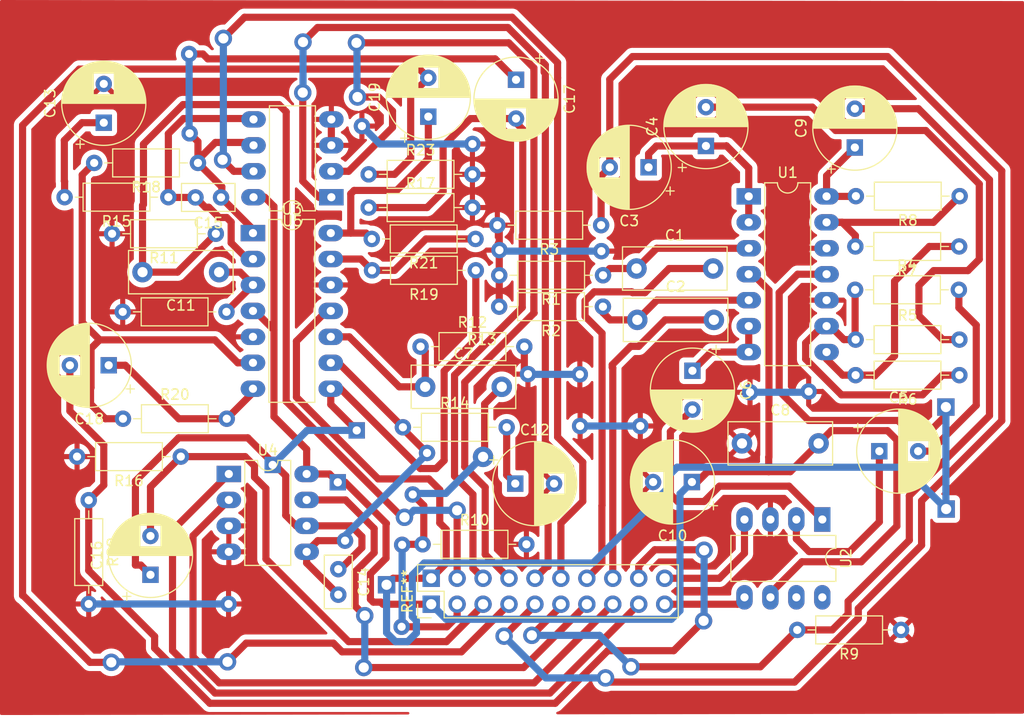
<source format=kicad_pcb>
(kicad_pcb (version 20221018) (generator pcbnew)
  (layers (0 "F.Cu" signal) (31 "B.Cu" signal) (34 "B.Paste" user) (35 "F.Paste" user) (36 "B.SilkS" user "B.Silkscreen") (37 "F.SilkS" user "F.Silkscreen") (38 "B.Mask" user) (39 "F.Mask" user) (44 "Edge.Cuts" user))
  (net 0 "")
  (net 1 "Net-(U1B-+)")
  (net 2 "parallel_mixer_in")
  (net 3 "parallel_return_1")
  (net 4 "Net-(U1B--)")
  (net 5 "parallel_send_1")
  (net 6 "Net-(C4-Pad2)")
  (net 7 "Net-(U2-OUT-L)")
  (net 8 "Net-(C5-Pad2)")
  (net 9 "Net-(U1C--)")
  (net 10 "Net-(U2-IN-L)")
  (net 11 "GND")
  (net 12 "+9V")
  (net 13 "Net-(C9-Pad1)")
  (net 14 "parallel_mixer_out")
  (net 15 "Net-(U1D--)")
  (net 16 "Net-(R6-Pad2)")
  (net 17 "Net-(U1A--)")
  (net 18 "-9V")
  (net 19 "SDA")
  (net 20 "SCL")
  (net 23 "Net-(U1A-+)")
  (net 24 "Net-(U3C-+)")
  (net 25 "output_buffer_in_left")
  (net 26 "Net-(U3A-+)")
  (net 27 "output_buffer_in_right")
  (net 28 "Net-(C12-Pad1)")
  (net 29 "Net-(C13-Pad1)")
  (net 30 "Net-(U4-Vl{slash}Rl)")
  (net 31 "Net-(U3C--)")
  (net 32 "Net-(U5-Vl{slash}Rl)")
  (net 33 "Net-(U3A--)")
  (net 34 "output_buffer_out_left")
  (net 35 "output_buffer_out_right")
  (net 36 "Net-(C18-Pad1)")
  (net 37 "output_buffer_out_right_inverted")
  (net 38 "Net-(C19-Pad1)")
  (net 39 "output_buffer_out_left_inverted")
  (net 40 "Net-(U3B--)")
  (net 41 "Net-(U3D--)")
  (net 42 "mcp2_A3")
  (net 43 "mcp2_A4")
  (net 44 "mcp2_A5")
  (net 45 "mcp2_A0")
  (net 46 "mcp2_A1")
  (net 47 "mcp2_A2")
  (footprint "Resistor_THT:R_Axial_DIN0207_L6.3mm_D2.5mm_P10.16mm_Horizontal" (layer "F.Cu") (at 97.0534 99.2378 180)
    (fp_text reference "R16")
    (fp_text value "1M")
  )
  (footprint "Resistor_THT:R_Axial_DIN0207_L6.3mm_D2.5mm_P10.16mm_Horizontal" (layer "F.Cu") (at 167.5638 116.205 180)
    (fp_text reference "R9")
    (fp_text value "1M")
  )
  (footprint "Resistor_THT:R_Axial_DIN0207_L6.3mm_D2.5mm_P10.16mm_Horizontal" (layer "F.Cu") (at 138.3792 84.5566 180)
    (fp_text reference "R2")
    (fp_text value "1M")
  )
  (footprint "" (layer "F.Cu") (at 114.2746 96.6724)
    (fp_text reference "")
    (fp_text value "")
  )
  (footprint "Resistor_THT:R_Axial_DIN0207_L6.3mm_D2.5mm_P10.16mm_Horizontal" (layer "F.Cu") (at 173.3042 73.7362 180)
    (fp_text reference "R8")
    (fp_text value "10k")
  )
  (footprint "" (layer "F.Cu") (at 152.781 92.9386)
    (fp_text reference "")
    (fp_text value "")
  )
  (footprint "" (layer "F.Cu") (at 118.9482 105.1814)
    (fp_text reference "")
    (fp_text value "")
  )
  (footprint "" (layer "F.Cu") (at 125.603 68.6308)
    (fp_text reference "")
    (fp_text value "")
  )
  (footprint "Resistor_THT:R_Axial_DIN0207_L6.3mm_D2.5mm_P10.16mm_Horizontal" (layer "F.Cu") (at 163.068 82.9056)
    (fp_text reference "R4")
    (fp_text value "10k")
  )
  (footprint "Capacitor_THT:CP_Radial_D8.0mm_P3.80mm" (layer "F.Cu") (at 129.794749 101.8794)
    (fp_text reference "C12")
    (fp_text value "22uF")
  )
  (footprint "" (layer "F.Cu") (at 114.7826 66.8782)
    (fp_text reference "")
    (fp_text value "")
  )
  (footprint "Resistor_THT:R_Axial_DIN0207_L6.3mm_D2.5mm_P10.16mm_Horizontal" (layer "F.Cu") (at 95.8342 73.8378 180)
    (fp_text reference "R15")
    (fp_text value "33k")
  )
  (footprint "Resistor_THT:R_Axial_DIN0207_L6.3mm_D2.5mm_P10.16mm_Horizontal" (layer "F.Cu") (at 120.7262 107.823)
    (fp_text reference "R10")
    (fp_text value "1M")
  )
  (footprint "" (layer "F.Cu") (at 131.4196 116.7384)
    (fp_text reference "")
    (fp_text value "")
  )
  (footprint "" (layer "F.Cu") (at 101.6254 119.3292)
    (fp_text reference "")
    (fp_text value "")
  )
  (footprint "" (layer "F.Cu") (at 101.727 113.665)
    (fp_text reference "")
    (fp_text value "")
  )
  (footprint "" (layer "F.Cu") (at 171.9834 104.3686)
    (fp_text reference "")
    (fp_text value "")
  )
  (footprint "Package_DIP:DIP-8_W7.62mm_LongPads" (layer "F.Cu") (at 159.8576 105.395 -90)
    (fp_text reference "U2")
    (fp_text value "PT2257")
  )
  (footprint "" (layer "F.Cu") (at 126.6444 99.2632)
    (fp_text reference "")
    (fp_text value "")
  )
  (footprint "" (layer "F.Cu") (at 158.5214 92.8624)
    (fp_text reference "")
    (fp_text value "")
  )
  (footprint "" (layer "F.Cu") (at 101.219 58.293)
    (fp_text reference "")
    (fp_text value "")
  )
  (footprint "" (layer "F.Cu") (at 114.3508 64.0334)
    (fp_text reference "")
    (fp_text value "")
  )
  (footprint "Resistor_THT:R_Axial_DIN0207_L6.3mm_D2.5mm_P10.16mm_Horizontal" (layer "F.Cu") (at 125.9332 81.0006 180)
    (fp_text reference "R19")
    (fp_text value "10k")
  )
  (footprint "Capacitor_THT:CP_Radial_D8.0mm_P3.80mm" (layer "F.Cu") (at 163.0426 68.9764 90)
    (fp_text reference "C9")
    (fp_text value "10uF")
  )
  (footprint "Resistor_THT:R_Axial_DIN0207_L6.3mm_D2.5mm_P10.16mm_Horizontal" (layer "F.Cu") (at 120.523 88.4682)
    (fp_text reference "R12")
    (fp_text value "1M")
  )
  (footprint "" (layer "F.Cu") (at 148.2344 115.316)
    (fp_text reference "")
    (fp_text value "")
  )
  (footprint "Capacitor_THT:CP_Radial_D8.0mm_P3.80mm" (layer "F.Cu") (at 165.440549 98.7044)
    (fp_text reference "C5")
    (fp_text value "10uF")
  )
  (footprint "" (layer "F.Cu") (at 117.1956 111.7854)
    (fp_text reference "")
    (fp_text value "")
  )
  (footprint "" (layer "F.Cu") (at 128.7018 116.8146)
    (fp_text reference "")
    (fp_text value "")
  )
  (footprint "Capacitor_THT:C_Disc_D5.0mm_W2.5mm_P2.50mm" (layer "F.Cu") (at 100.9904 73.8632 180)
    (fp_text reference "C15")
    (fp_text value "150pf")
  )
  (footprint "" (layer "F.Cu") (at 97.917 67.5894)
    (fp_text reference "")
    (fp_text value "")
  )
  (footprint "" (layer "F.Cu") (at 90.2462 119.38)
    (fp_text reference "")
    (fp_text value "")
  )
  (footprint "" (layer "F.Cu") (at 136.144 96.2406)
    (fp_text reference "")
    (fp_text value "")
  )
  (footprint "" (layer "F.Cu") (at 131.0386 91.1606)
    (fp_text reference "")
    (fp_text value "")
  )
  (footprint "Resistor_THT:R_Axial_DIN0207_L6.3mm_D2.5mm_P10.16mm_Horizontal" (layer "F.Cu") (at 138.3884 81.4832 180)
    (fp_text reference "R1")
    (fp_text value "1M")
  )
  (footprint "" (layer "F.Cu") (at 108.9914 63.6016)
    (fp_text reference "")
    (fp_text value "")
  )
  (footprint "Package_DIP:DIP-14_W7.62mm_LongPads" (layer "F.Cu") (at 152.654 73.7616)
    (fp_text reference "U1")
    (fp_text value "TL074")
  )
  (footprint "Capacitor_THT:C_Rect_L10.0mm_W4.0mm_P7.50mm_MKS4" (layer "F.Cu") (at 141.665 80.8228)
    (fp_text reference "C1")
    (fp_text value "220nF")
  )
  (footprint "" (layer "F.Cu") (at 115.062 114.808)
    (fp_text reference "")
    (fp_text value "")
  )
  (footprint "Resistor_THT:R_Axial_DIN0207_L6.3mm_D2.5mm_P10.16mm_Horizontal" (layer "F.Cu") (at 138.2014 76.581 180)
    (fp_text reference "R3")
    (fp_text value "1M")
  )
  (footprint "" (layer "F.Cu") (at 114.2492 58.7248)
    (fp_text reference "")
    (fp_text value "")
  )
  (footprint "Capacitor_THT:C_Rect_L10.0mm_W4.0mm_P7.50mm_MKS4" (layer "F.Cu") (at 141.7412 85.852)
    (fp_text reference "C2")
    (fp_text value "220nF")
  )
  (footprint "Capacitor_THT:CP_Radial_D8.0mm_P3.80mm" (layer "F.Cu") (at 89.9922 90.297 180)
    (fp_text reference "C18")
    (fp_text value "10uF")
  )
  (footprint "" (layer "F.Cu") (at 101.1428 70.1802)
    (fp_text reference "")
    (fp_text value "")
  )
  (footprint "" (layer "F.Cu") (at 138.6332 120.904)
    (fp_text reference "")
    (fp_text value "")
  )
  (footprint "" (layer "F.Cu") (at 124.1044 104.4956)
    (fp_text reference "")
    (fp_text value "")
  )
  (footprint "Resistor_THT:R_Axial_DIN0207_L6.3mm_D2.5mm_P10.16mm_Horizontal" (layer "F.Cu") (at 101.5238 85.0646 180)
    (fp_text reference "R13")
    (fp_text value "1M")
  )
  (footprint "" (layer "F.Cu") (at 113.1316 107.4674)
    (fp_text reference "")
    (fp_text value "")
  )
  (footprint "Package_DIP:DIP-14_W7.62mm_LongPads" (layer "F.Cu") (at 104.1146 77.3534)
    (fp_text reference "U3")
    (fp_text value "TL074")
  )
  (footprint "Resistor_THT:R_Axial_DIN0207_L6.3mm_D2.5mm_P10.16mm_Horizontal" (layer "F.Cu") (at 173.2534 78.6638 180)
    (fp_text reference "R7")
    (fp_text value "10k")
  )
  (footprint "Capacitor_THT:CP_Radial_D8.0mm_P3.80mm" (layer "F.Cu") (at 147.1422 90.831149 -90)
    (fp_text reference "C6")
    (fp_text value "10uF")
  )
  (footprint "" (layer "F.Cu") (at 141.1224 119.8118)
    (fp_text reference "")
    (fp_text value "")
  )
  (footprint "Resistor_THT:R_Axial_DIN0207_L6.3mm_D2.5mm_P10.16mm_Horizontal" (layer "F.Cu") (at 98.7298 70.485 180)
    (fp_text reference "R18")
    (fp_text value "10k")
  )
  (footprint "Capacitor_THT:C_Rect_L10.0mm_W4.0mm_P7.50mm_MKS4" (layer "F.Cu") (at 151.9936 97.9424)
    (fp_text reference "C8")
    (fp_text value "100nf")
  )
  (footprint "" (layer "F.Cu") (at 106.045 100.0506)
    (fp_text reference "")
    (fp_text value "")
  )
  (footprint "" (layer "F.Cu") (at 114.9604 119.888)
    (fp_text reference "")
    (fp_text value "")
  )
  (footprint "Connector_PinHeader_2.54mm:PinHeader_2x10_P2.54mm_Vertical" (layer "F.Cu") (at 121.5644 113.6904 90)
    (fp_text reference "REF**")
    (fp_text value "PinHeader_2x10_P2.54mm_Vertical")
  )
  (footprint "" (layer "F.Cu") (at 112.4204 101.7524)
    (fp_text reference "")
    (fp_text value "")
  )
  (footprint "Resistor_THT:R_Axial_DIN0207_L6.3mm_D2.5mm_P10.16mm_Horizontal" (layer "F.Cu") (at 173.2788 91.2622 180)
    (fp_text reference "R6")
    (fp_text value "10k")
  )
  (footprint "Package_DIP:DIP-8_W7.62mm_LongPads" (layer "F.Cu") (at 101.7524 100.9396)
    (fp_text reference "U4")
    (fp_text value "X9C103")
  )
  (footprint "Resistor_THT:R_Axial_DIN0207_L6.3mm_D2.5mm_P10.16mm_Horizontal" (layer "F.Cu") (at 88.0364 103.505 -90)
    (fp_text reference "R22")
    (fp_text value "1M")
  )
  (footprint "Package_DIP:DIP-8_W7.62mm_LongPads" (layer "F.Cu") (at 111.79 73.8432 180)
    (fp_text reference "U5")
    (fp_text value "X9C103")
  )
  (footprint "" (layer "F.Cu") (at 148.2852 108.4072)
    (fp_text reference "")
    (fp_text value "")
  )
  (footprint "" (layer "F.Cu") (at 136.1186 91.186)
    (fp_text reference "")
    (fp_text value "")
  )
  (footprint "" (layer "F.Cu") (at 118.6688 115.9002)
    (fp_text reference "")
    (fp_text value "")
  )
  (footprint "Capacitor_THT:C_Rect_L10.0mm_W4.0mm_P7.50mm_MKS4" (layer "F.Cu") (at 100.8034 81.1784 180)
    (fp_text reference "C11")
    (fp_text value "220N")
  )
  (footprint "Capacitor_THT:C_Disc_D5.0mm_W2.5mm_P2.50mm" (layer "F.Cu") (at 112.4712 110.256 -90)
    (fp_text reference "C14")
    (fp_text value "150pf")
  )
  (footprint "" (layer "F.Cu") (at 109.0168 58.6486)
    (fp_text reference "")
    (fp_text value "")
  )
  (footprint "" (layer "F.Cu") (at 142.0368 96.2406)
    (fp_text reference "")
    (fp_text value "")
  )
  (footprint "Capacitor_THT:CP_Radial_D8.0mm_P3.80mm" (layer "F.Cu") (at 94.0816 110.8102 90)
    (fp_text reference "C16")
    (fp_text value "10uF")
  )
  (footprint "Capacitor_THT:C_Rect_L10.0mm_W4.0mm_P7.50mm_MKS4" (layer "F.Cu") (at 120.9732 92.4052)
    (fp_text reference "C7")
    (fp_text value "220N")
  )
  (footprint "Resistor_THT:R_Axial_DIN0207_L6.3mm_D2.5mm_P10.16mm_Horizontal" (layer "F.Cu") (at 163.1188 87.7824)
    (fp_text reference "R5")
    (fp_text value "10k")
  )
  (footprint "" (layer "F.Cu") (at 118.7196 107.8738)
    (fp_text reference "")
    (fp_text value "")
  )
  (footprint "" (layer "F.Cu") (at 119.761 102.9462)
    (fp_text reference "")
    (fp_text value "")
  )
  (footprint "Capacitor_THT:CP_Radial_D8.0mm_P3.80mm" (layer "F.Cu") (at 129.8702 62.3416 -90)
    (fp_text reference "C17")
    (fp_text value "10uF")
  )
  (footprint "" (layer "F.Cu") (at 138.2268 79.121)
    (fp_text reference "")
    (fp_text value "")
  )
  (footprint "" (layer "F.Cu") (at 121.158 98.8822)
    (fp_text reference "")
    (fp_text value "")
  )
  (footprint "Capacitor_THT:CP_Radial_D8.0mm_P3.80mm" (layer "F.Cu") (at 148.463 68.824 90)
    (fp_text reference "C4")
    (fp_text value "10uF")
  )
  (footprint "Resistor_THT:R_Axial_DIN0207_L6.3mm_D2.5mm_P10.16mm_Horizontal" (layer "F.Cu") (at 118.7958 96.3676)
    (fp_text reference "R14")
    (fp_text value "33k")
  )
  (footprint "Capacitor_THT:CP_Radial_D8.0mm_P3.80mm" (layer "F.Cu") (at 121.285 65.9538 90)
    (fp_text reference "C19")
    (fp_text value "10uF")
  )
  (footprint "Resistor_THT:R_Axial_DIN0207_L6.3mm_D2.5mm_P10.16mm_Horizontal" (layer "F.Cu") (at 125.9078 77.9272 180)
    (fp_text reference "R21")
    (fp_text value "10k")
  )
  (footprint "Resistor_THT:R_Axial_DIN0207_L6.3mm_D2.5mm_P10.16mm_Horizontal" (layer "F.Cu") (at 115.443 74.8538)
    (fp_text reference "R17")
    (fp_text value "1M")
  )
  (footprint "Capacitor_THT:CP_Radial_D8.0mm_P3.80mm" (layer "F.Cu") (at 89.5096 66.547251 90)
    (fp_text reference "C13")
    (fp_text value "22uF")
  )
  (footprint "" (layer "F.Cu") (at 97.8662 59.817)
    (fp_text reference "")
    (fp_text value "")
  )
  (footprint "" (layer "F.Cu") (at 171.958 94.3864)
    (fp_text reference "")
    (fp_text value "")
  )
  (footprint "Capacitor_THT:CP_Radial_D8.0mm_P3.80mm" (layer "F.Cu") (at 142.848851 70.9168 180)
    (fp_text reference "C3")
    (fp_text value "10uF" hide)
  )
  (footprint "Resistor_THT:R_Axial_DIN0207_L6.3mm_D2.5mm_P10.16mm_Horizontal" (layer "F.Cu") (at 91.3892 95.5294)
    (fp_text reference "R20")
    (fp_text value "10k")
  )
  (footprint "" (layer "F.Cu") (at 128.2446 79.0194)
    (fp_text reference "")
    (fp_text value "")
  )
  (footprint "Resistor_THT:R_Axial_DIN0207_L6.3mm_D2.5mm_P10.16mm_Horizontal" (layer "F.Cu") (at 115.443 71.6026)
    (fp_text reference "R23")
    (fp_text value "1M")
  )
  (footprint "Capacitor_THT:CP_Radial_D8.0mm_P3.80mm" (layer "F.Cu") (at 147.0914 101.727 180)
    (fp_text reference "C10")
    (fp_text value "47uf")
  )
  (footprint "Resistor_THT:R_Axial_DIN0207_L6.3mm_D2.5mm_P10.16mm_Horizontal" (layer "F.Cu") (at 100.4824 77.4192 180)
    (fp_text reference "R11")
    (fp_text value "1M")
  )
  (segment (start 143.6716 83.9216) (end 141.7412 85.852) (width 0.7) (layer "F.Cu") (net 1))
  (segment (start 138.3792 85.1408) (end 139.0904 85.852) (width 0.7) (layer "F.Cu") (net 1))
  (segment (start 138.3792 84.5566) (end 138.3792 85.1408) (width 0.7) (layer "F.Cu") (net 1))
  (segment (start 152.654 83.9216) (end 143.6716 83.9216) (width 0.7) (layer "F.Cu") (net 1))
  (segment (start 139.0904 85.852) (end 141.7412 85.852) (width 0.7) (layer "F.Cu") (net 1))
  (segment (start 138.2776 109.6772) (end 136.8044 111.1504) (width 0.7) (layer "F.Cu") (net 2))
  (segment (start 144.8562 80.8228) (end 142.494 83.185) (width 0.7) (layer "F.Cu") (net 2))
  (segment (start 141.2748 83.185) (end 141.1964 83.1066) (width 0.7) (layer "F.Cu") (net 2))
  (segment (start 142.494 83.185) (end 141.2748 83.185) (width 0.7) (layer "F.Cu") (net 2))
  (segment (start 141.1964 83.1066) (end 137.5178 83.1066) (width 0.7) (layer "F.Cu") (net 2))
  (segment (start 138.2936 87.1634) (end 138.2936 104.0224) (width 0.7) (layer "F.Cu") (net 2))
  (segment (start 149.165 80.8228) (end 144.8562 80.8228) (width 0.7) (layer "F.Cu") (net 2))
  (segment (start 138.2936 104.0224) (end 138.2776 104.0384) (width 0.7) (layer "F.Cu") (net 2))
  (segment (start 136.6266 85.4964) (end 138.2936 87.1634) (width 0.7) (layer "F.Cu") (net 2))
  (segment (start 136.6266 83.9978) (end 136.6266 85.4964) (width 0.7) (layer "F.Cu") (net 2))
  (segment (start 138.2776 104.0384) (end 138.2776 109.6772) (width 0.7) (layer "F.Cu") (net 2))
  (segment (start 149.1996 80.7882) (end 149.165 80.8228) (width 0.7) (layer "F.Cu") (net 2))
  (segment (start 137.5178 83.1066) (end 136.6266 83.9978) (width 0.7) (layer "F.Cu") (net 2))
  (segment (start 141.8844 88.4428) (end 141.097 88.4428) (width 0.7) (layer "F.Cu") (net 3))
  (segment (start 139.3444 90.551) (end 139.3444 111.1504) (width 0.7) (layer "F.Cu") (net 3))
  (segment (start 141.097 88.4428) (end 139.2936 90.2462) (width 0.7) (layer "F.Cu") (net 3))
  (segment (start 139.2936 90.5002) (end 139.3444 90.551) (width 0.7) (layer "F.Cu") (net 3))
  (segment (start 149.2412 85.852) (end 144.4752 85.852) (width 0.7) (layer "F.Cu") (net 3))
  (segment (start 139.2936 90.2462) (end 139.2936 90.5002) (width 0.7) (layer "F.Cu") (net 3))
  (segment (start 144.4752 85.852) (end 141.8844 88.4428) (width 0.7) (layer "F.Cu") (net 3))
  (segment (start 152.654 86.4616) (end 152.654 89.0016) (width 0.7) (layer "F.Cu") (net 4))
  (segment (start 152.654 89.0016) (end 148.971749 89.0016) (width 0.7) (layer "F.Cu") (net 4))
  (segment (start 148.971749 89.0016) (end 147.1422 90.831149) (width 0.7) (layer "F.Cu") (net 4))
  (segment (start 138.2014 76.581) (end 138.2014 71.764251) (width 0.7) (layer "F.Cu") (net 5))
  (segment (start 166.238256 60.071) (end 141.2748 60.071) (width 0.7) (layer "F.Cu") (net 5))
  (segment (start 139.048851 70.9168) (end 139.048851 62.296949) (width 0.7) (layer "F.Cu") (net 5))
  (segment (start 138.2014 71.764251) (end 139.048851 70.9168) (width 0.7) (layer "F.Cu") (net 5))
  (segment (start 131.7244 113.792) (end 128.7018 116.8146) (width 0.7) (layer "F.Cu") (net 5))
  (segment (start 163.382201 115.069813) (end 157.140214 121.3118) (width 0.7) (layer "F.Cu") (net 5))
  (segment (start 131.7244 113.6904) (end 131.7244 113.792) (width 0.7) (layer "F.Cu") (net 5))
  (segment (start 139.041 121.3118) (end 138.6332 120.904) (width 0.7) (layer "F.Cu") (net 5))
  (segment (start 157.140214 121.3118) (end 139.041 121.3118) (width 0.7) (layer "F.Cu") (net 5))
  (segment (start 177.4252 71.257944) (end 166.238256 60.071) (width 0.7) (layer "F.Cu") (net 5))
  (segment (start 163.382201 114.108055) (end 163.382201 115.069813) (width 0.7) (layer "F.Cu") (net 5))
  (segment (start 177.4252 95.721656) (end 177.4252 71.257944) (width 0.7) (layer "F.Cu") (net 5))
  (segment (start 169.5766 103.570256) (end 177.4252 95.721656) (width 0.7) (layer "F.Cu") (net 5))
  (segment (start 139.048851 62.296949) (end 141.2748 60.071) (width 0.7) (layer "F.Cu") (net 5))
  (segment (start 169.5766 107.913656) (end 163.382201 114.108055) (width 0.7) (layer "F.Cu") (net 5))
  (segment (start 169.5766 107.913656) (end 169.5766 103.570256) (width 0.7) (layer "F.Cu") (net 5))
  (segment (start 138.6332 120.904) (end 132.7912 120.904) (width 0.7) (layer "B.Cu") (net 5))
  (segment (start 132.7912 120.904) (end 128.7018 116.8146) (width 0.7) (layer "B.Cu") (net 5))
  (segment (start 170.7642 81.026) (end 169.3164 82.4738) (width 0.7) (layer "F.Cu") (net 6))
  (segment (start 169.3164 82.4738) (end 169.3164 85.4456) (width 0.7) (layer "F.Cu") (net 6))
  (segment (start 169.984986 67.31) (end 175.2252 72.550214) (width 0.7) (layer "F.Cu") (net 6))
  (segment (start 171.6532 87.7824) (end 173.2788 87.7824) (width 0.7) (layer "F.Cu") (net 6))
  (segment (start 148.463 65.024) (end 158.877 65.024) (width 0.7) (layer "F.Cu") (net 6))
  (segment (start 175.2252 79.9178) (end 174.117 81.026) (width 0.7) (layer "F.Cu") (net 6))
  (segment (start 158.877 65.024) (end 161.163 67.31) (width 0.7) (layer "F.Cu") (net 6))
  (segment (start 169.3164 85.4456) (end 171.6532 87.7824) (width 0.7) (layer "F.Cu") (net 6))
  (segment (start 174.117 81.026) (end 170.7642 81.026) (width 0.7) (layer "F.Cu") (net 6))
  (segment (start 161.163 67.31) (end 169.984986 67.31) (width 0.7) (layer "F.Cu") (net 6))
  (segment (start 175.2252 72.550214) (end 175.2252 79.9178) (width 0.7) (layer "F.Cu") (net 6))
  (segment (start 157.3176 107.295) (end 157.3176 105.395) (width 0.7) (layer "F.Cu") (net 7))
  (segment (start 162.535272 108.533528) (end 158.556128 108.533528) (width 0.7) (layer "F.Cu") (net 7))
  (segment (start 165.440549 105.628251) (end 162.535272 108.533528) (width 0.7) (layer "F.Cu") (net 7))
  (segment (start 165.440549 98.7044) (end 165.440549 105.628251) (width 0.7) (layer "F.Cu") (net 7))
  (segment (start 158.556128 108.533528) (end 157.3176 107.295) (width 0.7) (layer "F.Cu") (net 7))
  (segment (start 173.228 82.9056) (end 173.228 84.6582) (width 0.7) (layer "F.Cu") (net 8))
  (segment (start 173.228 84.6582) (end 174.9288 86.359) (width 0.7) (layer "F.Cu") (net 8))
  (segment (start 169.240549 98.7044) (end 170.440549 98.7044) (width 0.7) (layer "F.Cu") (net 8))
  (segment (start 174.9288 94.216149) (end 174.9288 86.359) (width 0.7) (layer "F.Cu") (net 8))
  (segment (start 170.440549 98.7044) (end 174.9288 94.216149) (width 0.7) (layer "F.Cu") (net 8))
  (segment (start 163.068 87.7316) (end 163.1188 87.7824) (width 0.7) (layer "F.Cu") (net 9))
  (segment (start 160.274 86.4616) (end 160.655 86.4616) (width 0.7) (layer "F.Cu") (net 9))
  (segment (start 161.9758 87.7824) (end 163.1188 87.7824) (width 0.7) (layer "F.Cu") (net 9))
  (segment (start 173.2788 91.2622) (end 171.6024 91.2622) (width 0.7) (layer "F.Cu") (net 9))
  (segment (start 163.068 82.9056) (end 163.068 87.7316) (width 0.7) (layer "F.Cu") (net 9))
  (segment (start 159.874 86.4616) (end 160.274 86.4616) (width 0.7) (layer "F.Cu") (net 9))
  (segment (start 158.224 89.685052) (end 158.224 88.1116) (width 0.7) (layer "F.Cu") (net 9))
  (segment (start 171.6024 91.2622) (end 169.672 93.1926) (width 0.7) (layer "F.Cu") (net 9))
  (segment (start 158.224 88.1116) (end 159.874 86.4616) (width 0.7) (layer "F.Cu") (net 9))
  (segment (start 161.731548 93.1926) (end 158.224 89.685052) (width 0.7) (layer "F.Cu") (net 9))
  (segment (start 169.672 93.1926) (end 161.731548 93.1926) (width 0.7) (layer "F.Cu") (net 9))
  (segment (start 160.655 86.4616) (end 161.9758 87.7824) (width 0.7) (layer "F.Cu") (net 9))
  (segment (start 145.6944 103.632) (end 144.9832 102.9208) (width 0.7) (layer "F.Cu") (net 10))
  (segment (start 144.9832 102.9208) (end 144.9832 96.790149) (width 0.7) (layer "F.Cu") (net 10))
  (segment (start 148.2852 103.632) (end 145.6944 103.632) (width 0.7) (layer "F.Cu") (net 10))
  (segment (start 156.596 102.1334) (end 149.7838 102.1334) (width 0.7) (layer "F.Cu") (net 10))
  (segment (start 149.7838 102.1334) (end 148.2852 103.632) (width 0.7) (layer "F.Cu") (net 10))
  (segment (start 159.8576 105.395) (end 156.596 102.1334) (width 0.7) (layer "F.Cu") (net 10))
  (segment (start 144.9832 96.790149) (end 147.1422 94.631149) (width 0.7) (layer "F.Cu") (net 10))
  (segment (start 128.1268 78.3844) (end 128.2284 78.486) (width 0.7) (layer "F.Cu") (net 11))
  (segment (start 130.683 88.4682) (end 130.683 90.805) (width 0.7) (layer "F.Cu") (net 11))
  (segment (start 128.2284 84.5474) (end 128.2192 84.5566) (width 0.7) (layer "F.Cu") (net 11))
  (segment (start 128.2284 78.486) (end 128.2284 76.768) (width 0.7) (layer "F.Cu") (net 11))
  (segment (start 128.2284 76.768) (end 128.0414 76.581) (width 0.7) (layer "F.Cu") (net 11))
  (segment (start 111.79 66.2232) (end 111.79 68.7632) (width 0.7) (layer "F.Cu") (net 11))
  (segment (start 128.2284 81.4832) (end 128.2284 78.486) (width 0.7) (layer "F.Cu") (net 11))
  (segment (start 131.0386 91.1606) (end 130.683 90.805) (width 0.7) (layer "F.Cu") (net 11))
  (segment (start 128.2284 81.4832) (end 128.2284 84.5474) (width 0.7) (layer "F.Cu") (net 11))
  (segment (start 116.5352 68.6308) (end 114.7826 66.8782) (width 0.7) (layer "B.Cu") (net 11))
  (segment (start 125.603 68.6308) (end 116.5352 68.6308) (width 0.7) (layer "B.Cu") (net 11))
  (segment (start 101.727 113.665) (end 88.0364 113.665) (width 0.7) (layer "B.Cu") (net 11))
  (segment (start 131.064 91.186) (end 131.0386 91.1606) (width 0.7) (layer "B.Cu") (net 11))
  (segment (start 136.1186 91.186) (end 131.064 91.186) (width 0.7) (layer "B.Cu") (net 11))
  (segment (start 138.2268 79.121) (end 128.3462 79.121) (width 0.7) (layer "B.Cu") (net 11))
  (segment (start 152.781 92.9386) (end 158.4452 92.9386) (width 0.7) (layer "B.Cu") (net 11))
  (segment (start 158.4452 92.9386) (end 158.5214 92.8624) (width 0.7) (layer "B.Cu") (net 11))
  (segment (start 128.3462 79.121) (end 128.2446 79.0194) (width 0.7) (layer "B.Cu") (net 11))
  (segment (start 142.0368 96.2406) (end 136.144 96.2406) (width 0.7) (layer "B.Cu") (net 11))
  (segment (start 116.84 113.6904) (end 121.5644 113.6904) (width 0.7) (layer "F.Cu") (net 12))
  (segment (start 157.859072 109.533528) (end 163.668872 109.533528) (width 0.7) (layer "F.Cu") (net 12))
  (segment (start 154.6352 99.2632) (end 154.6098 99.2886) (width 0.7) (layer "F.Cu") (net 12))
  (segment (start 154.6098 99.2886) (end 154.6098 100.711) (width 0.7) (layer "F.Cu") (net 12))
  (segment (start 148.6154 100.711) (end 147.6502 101.6762) (width 0.7) (layer "F.Cu") (net 12))
  (segment (start 159.4936 97.9424) (end 156.725 100.711) (width 0.7) (layer "F.Cu") (net 12))
  (segment (start 104.308052 84.9734) (end 104.1146 84.9734) (width 0.7) (layer "F.Cu") (net 12))
  (segment (start 154.6098 100.711) (end 148.6154 100.711) (width 0.7) (layer "F.Cu") (net 12))
  (segment (start 115.8974 113.4872) (end 116.6368 113.4872) (width 0.7) (layer "F.Cu") (net 12))
  (segment (start 154.7776 112.615) (end 157.859072 109.533528) (width 0.7) (layer "F.Cu") (net 12))
  (segment (start 117.1448 105.826635) (end 117.1816 105.789835) (width 0.7) (layer "F.Cu") (net 12))
  (segment (start 106.172 86.837348) (end 104.308052 84.9734) (width 0.7) (layer "F.Cu") (net 12))
  (segment (start 167.1574 97.6122) (end 166.243 96.6978) (width 0.7) (layer "F.Cu") (net 12))
  (segment (start 106.172 74.7452) (end 106.172 86.837348) (width 0.7) (layer "F.Cu") (net 12))
  (segment (start 104.17 73.8432) (end 105.27 73.8432) (width 0.7) (layer "F.Cu") (net 12))
  (segment (start 163.668872 109.533528) (end 167.1574 106.045) (width 0.7) (layer "F.Cu") (net 12))
  (segment (start 115.616056 110.710509) (end 115.616056 113.205856) (width 0.7) (layer "F.Cu") (net 12))
  (segment (start 154.6352 82.9628) (end 154.6352 99.2632) (width 0.7) (layer "F.Cu") (net 12))
  (segment (start 166.243 96.6978) (end 160.7382 96.6978) (width 0.7) (layer "F.Cu") (net 12))
  (segment (start 117.1448 109.181765) (end 117.1448 105.826635) (width 0.7) (layer "F.Cu") (net 12))
  (segment (start 147.0914 101.727) (end 147.5994 101.727) (width 0.7) (layer "F.Cu") (net 12))
  (segment (start 109.3724 100.9396) (end 109.3724 98.5266) (width 0.7) (layer "F.Cu") (net 12))
  (segment (start 115.616056 113.205856) (end 115.8974 113.4872) (width 0.7) (layer "F.Cu") (net 12))
  (segment (start 113.144165 101.7524) (end 112.4204 101.7524) (width 0.7) (layer "F.Cu") (net 12))
  (segment (start 160.7382 96.6978) (end 159.4936 97.9424) (width 0.7) (layer "F.Cu") (net 12))
  (segment (start 152.654 81.3816) (end 153.054 81.3816) (width 0.7) (layer "F.Cu") (net 12))
  (segment (start 106.172 95.3262) (end 106.172 86.837348) (width 0.7) (layer "F.Cu") (net 12))
  (segment (start 147.5994 101.727) (end 147.6502 101.6762) (width 0.7) (layer "F.Cu") (net 12))
  (segment (start 153.054 81.3816) (end 154.6352 82.9628) (width 0.7) (layer "F.Cu") (net 12))
  (segment (start 167.1574 106.045) (end 167.1574 97.6122) (width 0.7) (layer "F.Cu") (net 12))
  (segment (start 156.725 100.711) (end 154.6098 100.711) (width 0.7) (layer "F.Cu") (net 12))
  (segment (start 115.616056 110.710509) (end 117.1448 109.181765) (width 0.7) (layer "F.Cu") (net 12))
  (segment (start 117.1816 105.789835) (end 113.144165 101.7524) (width 0.7) (layer "F.Cu") (net 12))
  (segment (start 154.7776 113.015) (end 154.7776 112.615) (width 0.7) (layer "F.Cu") (net 12))
  (segment (start 147.5994 101.727) (end 148.6154 100.711) (width 0.7) (layer "F.Cu") (net 12))
  (segment (start 116.6368 113.4872) (end 116.84 113.6904) (width 0.7) (layer "F.Cu") (net 12))
  (segment (start 111.6076 100.9396) (end 112.4204 101.7524) (width 0.7) (layer "F.Cu") (net 12))
  (segment (start 109.3724 98.5266) (end 106.172 95.3262) (width 0.7) (layer "F.Cu") (net 12))
  (segment (start 105.27 73.8432) (end 106.172 74.7452) (width 0.7) (layer "F.Cu") (net 12))
  (segment (start 147.6502 101.6762) (end 147.065251 101.6762) (width 0.7) (layer "F.Cu") (net 12))
  (segment (start 109.3724 100.9396) (end 111.6076 100.9396) (width 0.7) (layer "F.Cu") (net 12))
  (segment (start 145.072521 115.1636) (end 123.0376 115.1636) (width 0.7) (layer "B.Cu") (net 12))
  (segment (start 147.0914 101.727) (end 145.9244 102.894) (width 0.7) (layer "B.Cu") (net 12))
  (segment (start 145.9244 102.894) (end 145.9244 114.311721) (width 0.7) (layer "B.Cu") (net 12))
  (segment (start 145.9244 114.311721) (end 145.072521 115.1636) (width 0.7) (layer "B.Cu") (net 12))
  (segment (start 123.0376 115.1636) (end 121.5644 113.6904) (width 0.7) (layer "B.Cu") (net 12))
  (segment (start 163.0426 68.9764) (end 163.0426 69.215) (width 0.7) (layer "F.Cu") (net 13))
  (segment (start 163.1188 73.7616) (end 163.1442 73.7362) (width 0.7) (layer "F.Cu") (net 13))
  (segment (start 160.274 73.7616) (end 160.274 71.745) (width 0.7) (layer "F.Cu") (net 13))
  (segment (start 160.274 73.7616) (end 163.1188 73.7616) (width 0.7) (layer "F.Cu") (net 13))
  (segment (start 160.274 71.745) (end 163.0426 68.9764) (width 0.7) (layer "F.Cu") (net 13))
  (segment (start 153.797 119.8118) (end 141.1224 119.8118) (width 0.7) (layer "F.Cu") (net 14))
  (segment (start 168.3766 103.0732) (end 176.2252 95.2246) (width 0.7) (layer "F.Cu") (net 14))
  (segment (start 168.3766 107.4166) (end 162.3822 113.411) (width 0.7) (layer "F.Cu") (net 14))
  (segment (start 162.3822 114.6556) (end 160.8328 116.205) (width 0.7) (layer "F.Cu") (net 14))
  (segment (start 176.2252 95.2246) (end 176.2252 72.136) (width 0.7) (layer "F.Cu") (net 14))
  (segment (start 162.3822 113.411) (end 162.3822 114.6556) (width 0.7) (layer "F.Cu") (net 14))
  (segment (start 163.2712 64.9478) (end 163.0426 65.1764) (width 0.7) (layer "F.Cu") (net 14))
  (segment (start 157.4038 116.205) (end 153.797 119.8118) (width 0.7) (layer "F.Cu") (net 14))
  (segment (start 176.2252 72.136) (end 169.2656 65.1764) (width 0.7) (layer "F.Cu") (net 14))
  (segment (start 160.8328 116.205) (end 157.4038 116.205) (width 0.7) (layer "F.Cu") (net 14))
  (segment (start 134.2644 113.6904) (end 134.2644 113.8936) (width 0.7) (layer "F.Cu") (net 14))
  (segment (start 168.3766 107.4166) (end 168.3766 103.0732) (width 0.7) (layer "F.Cu") (net 14))
  (segment (start 134.2644 113.8936) (end 131.4196 116.7384) (width 0.7) (layer "F.Cu") (net 14))
  (segment (start 169.2656 65.1764) (end 163.0426 65.1764) (width 0.7) (layer "F.Cu") (net 14))
  (segment (start 138.049 116.7384) (end 131.4196 116.7384) (width 0.7) (layer "B.Cu") (net 14))
  (segment (start 141.1224 119.8118) (end 138.049 116.7384) (width 0.7) (layer "B.Cu") (net 14))
  (segment (start 160.274 76.3016) (end 170.7388 76.3016) (width 0.7) (layer "F.Cu") (net 15))
  (segment (start 170.7388 76.3016) (end 173.3042 73.7362) (width 0.7) (layer "F.Cu") (net 15))
  (segment (start 160.274 76.3016) (end 161.798 76.3016) (width 0.7) (layer "F.Cu") (net 15))
  (segment (start 161.798 76.3016) (end 163.0934 77.597) (width 0.7) (layer "F.Cu") (net 15))
  (segment (start 163.0934 77.597) (end 163.0934 78.6638) (width 0.7) (layer "F.Cu") (net 15))
  (segment (start 160.274 89.6874) (end 160.274 89.0016) (width 0.7) (layer "F.Cu") (net 16))
  (segment (start 164.8968 91.2622) (end 163.1188 91.2622) (width 0.7) (layer "F.Cu") (net 16))
  (segment (start 161.8488 91.2622) (end 160.274 89.6874) (width 0.7) (layer "F.Cu") (net 16))
  (segment (start 164.973 91.3384) (end 164.8968 91.2622) (width 0.7) (layer "F.Cu") (net 16))
  (segment (start 166.9288 89.3826) (end 164.973 91.3384) (width 0.7) (layer "F.Cu") (net 16))
  (segment (start 166.9288 82.0674) (end 166.9288 89.3826) (width 0.7) (layer "F.Cu") (net 16))
  (segment (start 173.2534 78.6638) (end 170.3324 78.6638) (width 0.7) (layer "F.Cu") (net 16))
  (segment (start 160.274 89.0016) (end 160.8582 89.0016) (width 0.7) (layer "F.Cu") (net 16))
  (segment (start 170.3324 78.6638) (end 166.9288 82.0674) (width 0.7) (layer "F.Cu") (net 16))
  (segment (start 160.274 89.0016) (end 160.7048 89.4324) (width 0.7) (layer "F.Cu") (net 16))
  (segment (start 163.1188 91.2622) (end 161.8488 91.2622) (width 0.7) (layer "F.Cu") (net 16))
  (segment (start 150.4696 68.8086) (end 150.4542 68.824) (width 0.7) (layer "F.Cu") (net 17))
  (segment (start 152.654 70.993) (end 150.4696 68.8086) (width 0.7) (layer "F.Cu") (net 17))
  (segment (start 142.848851 69.596749) (end 143.6216 68.824) (width 0.7) (layer "F.Cu") (net 17))
  (segment (start 150.4542 68.824) (end 148.463 68.824) (width 0.7) (layer "F.Cu") (net 17))
  (segment (start 142.848851 70.9168) (end 142.848851 69.596749) (width 0.7) (layer "F.Cu") (net 17))
  (segment (start 152.654 73.7616) (end 152.654 70.993) (width 0.7) (layer "F.Cu") (net 17))
  (segment (start 152.654 76.3016) (end 152.654 73.7616) (width 0.7) (layer "F.Cu") (net 17))
  (segment (start 143.6216 68.824) (end 148.463 68.824) (width 0.7) (layer "F.Cu") (net 17))
  (segment (start 155.635201 83.185) (end 155.6352 92.821) (width 0.7) (layer "F.Cu") (net 18))
  (segment (start 123.0376 106.366364) (end 122.4044 105.733164) (width 0.7) (layer "F.Cu") (net 18))
  (segment (start 155.6352 92.821) (end 158.512 95.6978) (width 0.7) (layer "F.Cu") (net 18))
  (segment (start 123.0376 109.6772) (end 123.0376 106.366364) (width 0.7) (layer "F.Cu") (net 18))
  (segment (start 111.3346 84.9734) (end 111.7346 84.9734) (width 0.7) (layer "F.Cu") (net 18))
  (segment (start 171.958 95.1992) (end 171.958 94.3864) (width 0.7) (layer "F.Cu") (net 18))
  (segment (start 117.8306 111.1504) (end 117.1956 111.7854) (width 0.7) (layer "F.Cu") (net 18))
  (segment (start 121.5644 111.1504) (end 123.0376 109.6772) (width 0.7) (layer "F.Cu") (net 18))
  (segment (start 170.6372 96.52) (end 171.958 95.1992) (width 0.7) (layer "F.Cu") (net 18))
  (segment (start 168.0972 96.52) (end 170.6372 96.52) (width 0.7) (layer "F.Cu") (net 18))
  (segment (start 157.438601 81.3816) (end 155.635201 83.185) (width 0.7) (layer "F.Cu") (net 18))
  (segment (start 121.5644 111.1504) (end 117.8306 111.1504) (width 0.7) (layer "F.Cu") (net 18))
  (segment (start 116.377961 101.4222) (end 108.372 93.416239) (width 0.7) (layer "F.Cu") (net 18))
  (segment (start 122.4044 102.489403) (end 121.337197 101.4222) (width 0.7) (layer "F.Cu") (net 18))
  (segment (start 108.372 87.936) (end 111.3346 84.9734) (width 0.7) (layer "F.Cu") (net 18))
  (segment (start 108.372 93.416239) (end 108.372 87.936) (width 0.7) (layer "F.Cu") (net 18))
  (segment (start 158.512 95.6978) (end 167.275 95.6978) (width 0.7) (layer "F.Cu") (net 18))
  (segment (start 122.4044 105.733164) (end 122.4044 102.489403) (width 0.7) (layer "F.Cu") (net 18))
  (segment (start 121.337197 101.4222) (end 116.377961 101.4222) (width 0.7) (layer "F.Cu") (net 18))
  (segment (start 167.275 95.6978) (end 168.0972 96.52) (width 0.7) (layer "F.Cu") (net 18))
  (segment (start 160.274 81.3816) (end 157.438601 81.3816) (width 0.7) (layer "F.Cu") (net 18))
  (segment (start 171.958 104.3432) (end 171.9834 104.3686) (width 0.7) (layer "B.Cu") (net 18))
  (segment (start 120.1188 116.50081) (end 119.26941 117.3502) (width 0.7) (layer "B.Cu") (net 18))
  (segment (start 120.8894 109.6504) (end 119.7196 110.8202) (width 0.7) (layer "B.Cu") (net 18))
  (segment (start 145.6414 100.277) (end 144.7414 101.177) (width 0.7) (layer "B.Cu") (net 18))
  (segment (start 144.7414 102.32761) (end 137.41861 109.6504) (width 0.7) (layer "B.Cu") (net 18))
  (segment (start 119.7196 110.8202) (end 119.7196 114.90039) (width 0.7) (layer "B.Cu") (net 18))
  (segment (start 167.8918 100.277) (end 145.6414 100.277) (width 0.7) (layer "B.Cu") (net 18))
  (segment (start 119.26941 117.3502) (end 118.06819 117.3502) (width 0.7) (layer "B.Cu") (net 18))
  (segment (start 117.1956 116.47761) (end 117.1956 111.7854) (width 0.7) (layer "B.Cu") (net 18))
  (segment (start 171.958 94.3864) (end 171.958 104.3432) (width 0.7) (layer "B.Cu") (net 18))
  (segment (start 120.1188 115.29959) (end 120.1188 116.50081) (width 0.7) (layer "B.Cu") (net 18))
  (segment (start 144.7414 101.177) (end 144.7414 102.32761) (width 0.7) (layer "B.Cu") (net 18))
  (segment (start 171.9834 104.3686) (end 167.8918 100.277) (width 0.7) (layer "B.Cu") (net 18))
  (segment (start 118.06819 117.3502) (end 117.1956 116.47761) (width 0.7) (layer "B.Cu") (net 18))
  (segment (start 119.7196 114.90039) (end 120.1188 115.29959) (width 0.7) (layer "B.Cu") (net 18))
  (segment (start 137.41861 109.6504) (end 120.8894 109.6504) (width 0.7) (layer "B.Cu") (net 18))
  (segment (start 149.7838 111.1504) (end 152.2376 108.6966) (width 0.7) (layer "F.Cu") (net 19))
  (segment (start 152.2376 108.6966) (end 152.2376 105.395) (width 0.7) (layer "F.Cu") (net 19))
  (segment (start 144.4244 111.1504) (end 149.7838 111.1504) (width 0.7) (layer "F.Cu") (net 19))
  (segment (start 144.4244 113.6904) (end 151.5622 113.6904) (width 0.7) (layer "F.Cu") (net 20))
  (segment (start 151.5622 113.6904) (end 152.2376 113.015) (width 0.7) (layer "F.Cu") (net 20))
  (segment (start 141.665 80.8228) (end 139.0488 80.8228) (width 0.7) (layer "F.Cu") (net 23))
  (segment (start 152.654 78.8416) (end 143.6462 78.8416) (width 0.7) (layer "F.Cu") (net 23))
  (segment (start 143.6462 78.8416) (end 141.665 80.8228) (width 0.7) (layer "F.Cu") (net 23))
  (segment (start 139.0488 80.8228) (end 138.3884 81.4832) (width 0.7) (layer "F.Cu") (net 23))
  (segment (start 120.9824 88.9276) (end 120.523 88.4682) (width 0.7) (layer "F.Cu") (net 24))
  (segment (start 111.7346 87.5134) (end 113.5484 87.5134) (width 0.7) (layer "F.Cu") (net 24))
  (segment (start 113.5484 87.5134) (end 115.5192 89.4842) (width 0.7) (layer "F.Cu") (net 24))
  (segment (start 120.9824 92.4052) (end 118.4402 92.4052) (width 0.7) (layer "F.Cu") (net 24))
  (segment (start 120.9824 92.4052) (end 120.9824 88.9276) (width 0.7) (layer "F.Cu") (net 24))
  (segment (start 118.4402 92.4052) (end 115.5192 89.4842) (width 0.7) (layer "F.Cu") (net 24))
  (segment (start 126.7968 94.0816) (end 128.4732 92.4052) (width 0.7) (layer "F.Cu") (net 25))
  (segment (start 124.1044 113.6904) (end 124.1044 114.892481) (width 0.7) (layer "F.Cu") (net 25))
  (segment (start 120.7262 107.823) (end 120.840141 107.709059) (width 0.7) (layer "F.Cu") (net 25))
  (segment (start 124.1044 114.892481) (end 123.096681 115.9002) (width 0.7) (layer "F.Cu") (net 25))
  (segment (start 126.7968 99.0346) (end 126.7968 94.0816) (width 0.7) (layer "F.Cu") (net 25))
  (segment (start 118.7704 107.823) (end 118.7196 107.8738) (width 0.7) (layer "F.Cu") (net 25))
  (segment (start 120.7262 107.823) (end 118.7704 107.823) (width 0.7) (layer "F.Cu") (net 25))
  (segment (start 120.840141 104.025341) (end 119.761 102.9462) (width 0.7) (layer "F.Cu") (net 25))
  (segment (start 120.840141 107.709059) (end 120.840141 104.025341) (width 0.7) (layer "F.Cu") (net 25))
  (segment (start 123.096681 115.9002) (end 118.6688 115.9002) (width 0.7) (layer "F.Cu") (net 25))
  (segment (start 120.7008 107.8484) (end 120.7262 107.823) (width 0.7) (layer "F.Cu") (net 25))
  (segment (start 118.7196 115.8494) (end 118.6688 115.9002) (width 0.7) (layer "B.Cu") (net 25))
  (segment (start 118.7196 107.8738) (end 118.7196 115.8494) (width 0.7) (layer "B.Cu") (net 25))
  (segment (start 122.9868 102.8446) (end 126.7968 99.0346) (width 0.7) (layer "B.Cu") (net 25))
  (segment (start 119.4054 102.8446) (end 122.9868 102.8446) (width 0.7) (layer "B.Cu") (net 25))
  (segment (start 100.8034 81.1784) (end 102.8596 81.1784) (width 0.7) (layer "F.Cu") (net 26))
  (segment (start 101.5238 85.0646) (end 101.5238 85.0242) (width 0.7) (layer "F.Cu") (net 26))
  (segment (start 101.5238 85.0242) (end 104.1146 82.4334) (width 0.7) (layer "F.Cu") (net 26))
  (segment (start 102.8596 81.1784) (end 104.1146 82.4334) (width 0.7) (layer "F.Cu") (net 26))
  (segment (start 93.3034 74.6414) (end 93.3034 81.1784) (width 0.7) (layer "F.Cu") (net 27))
  (segment (start 93.3958 74.549) (end 93.3034 74.6414) (width 0.7) (layer "F.Cu") (net 27))
  (segment (start 107.372 93.830453) (end 107.372 65.4874) (width 0.7) (layer "F.Cu") (net 27))
  (segment (start 119.2784 105.0798) (end 118.621347 105.0798) (width 0.7) (layer "F.Cu") (net 27))
  (segment (start 118.621347 105.0798) (end 107.372 93.830453) (width 0.7) (layer "F.Cu") (net 27))
  (segment (start 107.372 65.4874) (end 106.6578 64.7732) (width 0.7) (layer "F.Cu") (net 27))
  (segment (start 93.3034 81.1784) (end 96.7232 81.1784) (width 0.7) (layer "F.Cu") (net 27))
  (segment (start 93.3958 68.645776) (end 93.3958 74.549) (width 0.7) (layer "F.Cu") (net 27))
  (segment (start 97.268376 64.7732) (end 93.3958 68.645776) (width 0.7) (layer "F.Cu") (net 27))
  (segment (start 96.7232 81.1784) (end 100.4824 77.4192) (width 0.7) (layer "F.Cu") (net 27))
  (segment (start 124.1044 111.1504) (end 124.1044 104.4956) (width 0.7) (layer "F.Cu") (net 27))
  (segment (start 106.6578 64.7732) (end 97.268376 64.7732) (width 0.7) (layer "F.Cu") (net 27))
  (segment (start 119.2784 105.0798) (end 119.8626 104.4956) (width 0.7) (layer "B.Cu") (net 27))
  (segment (start 124.079 104.4702) (end 124.1044 104.4956) (width 0.7) (layer "B.Cu") (net 27))
  (segment (start 124.1044 104.4956) (end 119.8626 104.4956) (width 0.7) (layer "B.Cu") (net 27))
  (segment (start 128.9558 96.3676) (end 128.9558 101.040451) (width 0.7) (layer "F.Cu") (net 28))
  (segment (start 128.9558 101.040451) (end 129.794749 101.8794) (width 0.7) (layer "F.Cu") (net 28))
  (segment (start 85.6742 72.2884) (end 85.6742 73.8378) (width 0.7) (layer "F.Cu") (net 29))
  (segment (start 85.6488 68.2752) (end 85.6488 72.263) (width 0.7) (layer "F.Cu") (net 29))
  (segment (start 87.376749 66.547251) (end 85.6488 68.2752) (width 0.7) (layer "F.Cu") (net 29))
  (segment (start 85.6488 72.263) (end 85.6742 72.2884) (width 0.7) (layer "F.Cu") (net 29))
  (segment (start 89.5096 66.547251) (end 87.376749 66.547251) (width 0.7) (layer "F.Cu") (net 29))
  (segment (start 113.73221 106.0174) (end 114.7816 107.06679) (width 0.7) (layer "F.Cu") (net 30))
  (segment (start 109.3724 106.0196) (end 108.3564 106.0196) (width 0.7) (layer "F.Cu") (net 30))
  (segment (start 122.8344 99.615453) (end 122.044653 100.4052) (width 0.7) (layer "F.Cu") (net 30))
  (segment (start 120.499947 100.4052) (end 112.688147 92.5934) (width 0.7) (layer "F.Cu") (net 30))
  (segment (start 122.8344 90.860639) (end 122.8344 99.615453) (width 0.7) (layer "F.Cu") (net 30))
  (segment (start 111.7346 94.1324) (end 114.3 96.6978) (width 0.7) (layer "F.Cu") (net 30))
  (segment (start 92.6084 109.855) (end 93.1264 109.855) (width 0.7) (layer "F.Cu") (net 30))
  (segment (start 108.3564 106.0196) (end 107.3224 104.9856) (width 0.7) (layer "F.Cu") (net 30))
  (segment (start 109.3724 106.0196) (end 109.3746 106.0174) (width 0.7) (layer "F.Cu") (net 30))
  (segment (start 125.9332 81.0006) (end 125.9332 87.761839) (width 0.7) (layer "F.Cu") (net 30))
  (segment (start 92.6084 101.63219) (end 92.6084 109.855) (width 0.7) (layer "F.Cu") (net 30))
  (segment (start 111.7346 92.5934) (end 111.7346 94.1324) (width 0.7) (layer "F.Cu") (net 30))
  (segment (start 107.3224 104.9856) (end 107.3224 101.112544) (width 0.7) (layer "F.Cu") (net 30))
  (segment (start 114.7816 108.150853) (end 114.7816 107.1372) (width 0.7) (layer "F.Cu") (net 30))
  (segment (start 114.7816 107.06679) (end 114.7816 107.1372) (width 0.7) (layer "F.Cu") (net 30))
  (segment (start 122.044653 100.4052) (end 120.499947 100.4052) (width 0.7) (layer "F.Cu") (net 30))
  (segment (start 112.4712 110.256) (end 112.676453 110.256) (width 0.7) (layer "F.Cu") (net 30))
  (segment (start 107.3224 101.112544) (end 103.609456 97.3996) (width 0.7) (layer "F.Cu") (net 30))
  (segment (start 112.676453 110.256) (end 114.7816 108.150853) (width 0.7) (layer "F.Cu") (net 30))
  (segment (start 93.1264 109.855) (end 94.0816 110.8102) (width 0.7) (layer "F.Cu") (net 30))
  (segment (start 125.9332 87.761839) (end 122.8344 90.860639) (width 0.7) (layer "F.Cu") (net 30))
  (segment (start 96.84099 97.3996) (end 92.6084 101.63219) (width 0.7) (layer "F.Cu") (net 30))
  (segment (start 103.609456 97.3996) (end 96.84099 97.3996) (width 0.7) (layer "F.Cu") (net 30))
  (segment (start 112.688147 92.5934) (end 111.7346 92.5934) (width 0.7) (layer "F.Cu") (net 30))
  (segment (start 109.3746 106.0174) (end 113.73221 106.0174) (width 0.7) (layer "F.Cu") (net 30))
  (segment (start 114.2746 96.6724) (end 109.4232 96.6724) (width 0.7) (layer "B.Cu") (net 30))
  (segment (start 109.4232 96.6724) (end 106.045 100.0506) (width 0.7) (layer "B.Cu") (net 30))
  (segment (start 109.3724 109.6572) (end 112.4712 112.756) (width 0.7) (layer "F.Cu") (net 31))
  (segment (start 118.7958 96.52) (end 121.1326 98.8568) (width 0.7) (layer "F.Cu") (net 31))
  (segment (start 110.4646 107.4674) (end 113.1316 107.4674) (width 0.7) (layer "F.Cu") (net 31))
  (segment (start 112.4816 90.0534) (end 111.7346 90.0534) (width 0.7) (layer "F.Cu") (net 31))
  (segment (start 109.3724 108.5596) (end 109.3724 109.6572) (width 0.7) (layer "F.Cu") (net 31))
  (segment (start 109.3724 108.5596) (end 110.4646 107.4674) (width 0.7) (layer "F.Cu") (net 31))
  (segment (start 118.7958 96.3676) (end 112.4816 90.0534) (width 0.7) (layer "F.Cu") (net 31))
  (segment (start 118.7958 96.3676) (end 118.7958 96.52) (width 0.7) (layer "F.Cu") (net 31))
  (segment (start 121.3612 98.7552) (end 113.1316 106.9848) (width 0.7) (layer "B.Cu") (net 31))
  (segment (start 113.1316 106.9848) (end 113.1316 107.4674) (width 0.7) (layer "B.Cu") (net 31))
  (segment (start 104.1146 76.9874) (end 100.9904 73.8632) (width 0.7) (layer "F.Cu") (net 32))
  (segment (start 101.0666 72.8218) (end 101.0666 73.787) (width 0.7) (layer "F.Cu") (net 32))
  (segment (start 99.214749 59.817) (end 97.8662 59.817) (width 0.7) (layer "F.Cu") (net 32))
  (segment (start 98.7298 70.485) (end 98.7298 68.4022) (width 0.7) (layer "F.Cu") (net 32))
  (segment (start 99.695 60.297251) (end 99.214749 59.817) (width 0.7) (layer "F.Cu") (net 32))
  (segment (start 129.8702 62.3416) (end 127.825851 60.297251) (width 0.7) (layer "F.Cu") (net 32))
  (segment (start 100.438636 68.4802) (end 98.7298 70.189036) (width 0.7) (layer "F.Cu") (net 32))
  (segment (start 98.7298 70.189036) (end 98.7298 70.485) (width 0.7) (layer "F.Cu") (net 32))
  (segment (start 104.1146 77.3534) (end 104.1146 76.9874) (width 0.7) (layer "F.Cu") (net 32))
  (segment (start 127.825851 60.297251) (end 99.695 60.297251) (width 0.7) (layer "F.Cu") (net 32))
  (segment (start 101.0666 73.787) (end 100.9904 73.8632) (width 0.7) (layer "F.Cu") (net 32))
  (segment (start 103.887 68.4802) (end 100.438636 68.4802) (width 0.7) (layer "F.Cu") (net 32))
  (segment (start 104.17 68.7632) (end 103.887 68.4802) (width 0.7) (layer "F.Cu") (net 32))
  (segment (start 98.7298 70.485) (end 101.0666 72.8218) (width 0.7) (layer "F.Cu") (net 32))
  (segment (start 98.7298 68.4022) (end 97.917 67.5894) (width 0.7) (layer "F.Cu") (net 32))
  (segment (start 97.8662 67.5386) (end 97.917 67.5894) (width 0.7) (layer "B.Cu") (net 32))
  (segment (start 97.8662 59.817) (end 97.8662 67.5386) (width 0.7) (layer "B.Cu") (net 32))
  (segment (start 100.795807 75.827607) (end 99.7966 74.8284) (width 0.7) (layer "F.Cu") (net 33))
  (segment (start 104.0862 66.1394) (end 97.31639 66.1394) (width 0.7) (layer "F.Cu") (net 33))
  (segment (start 104.17 66.2232) (end 104.0862 66.1394) (width 0.7) (layer "F.Cu") (net 33))
  (segment (start 99.7966 74.8284) (end 99.4556 74.8284) (width 0.7) (layer "F.Cu") (net 33))
  (segment (start 98.4904 73.8632) (end 95.8596 73.8632) (width 0.7) (layer "F.Cu") (net 33))
  (segment (start 101.981 78.3082) (end 101.981 76.268014) (width 0.7) (layer "F.Cu") (net 33))
  (segment (start 97.31639 66.1394) (end 95.8342 67.62159) (width 0.7) (layer "F.Cu") (net 33))
  (segment (start 104.1146 79.8934) (end 103.5662 79.8934) (width 0.7) (layer "F.Cu") (net 33))
  (segment (start 103.5662 79.8934) (end 101.981 78.3082) (width 0.7) (layer "F.Cu") (net 33))
  (segment (start 101.540593 75.827607) (end 100.795807 75.827607) (width 0.7) (layer "F.Cu") (net 33))
  (segment (start 95.8342 67.62159) (end 95.8342 73.8378) (width 0.7) (layer "F.Cu") (net 33))
  (segment (start 101.981 76.268014) (end 101.540593 75.827607) (width 0.7) (layer "F.Cu") (net 33))
  (segment (start 95.8596 73.8632) (end 95.8342 73.8378) (width 0.7) (layer "F.Cu") (net 33))
  (segment (start 99.4556 74.8284) (end 98.4904 73.8632) (width 0.7) (layer "F.Cu") (net 33))
  (segment (start 94.0816 102.2096) (end 97.0534 99.2378) (width 0.7) (layer "F.Cu") (net 34))
  (segment (start 103.3506 99.2378) (end 104.267 100.1542) (width 0.7) (layer "F.Cu") (net 34))
  (segment (start 104.267 100.1542) (end 104.267 101.2444) (width 0.7) (layer "F.Cu") (net 34))
  (segment (start 94.0816 107.0102) (end 94.0816 102.2096) (width 0.7) (layer "F.Cu") (net 34))
  (segment (start 126.6444 113.766695) (end 123.060895 117.3502) (width 0.7) (layer "F.Cu") (net 34))
  (segment (start 97.0534 99.2378) (end 103.3506 99.2378) (width 0.7) (layer "F.Cu") (net 34))
  (segment (start 105.3846 102.362) (end 104.267 101.2444) (width 0.7) (layer "F.Cu") (net 34))
  (segment (start 123.060895 117.3502) (end 113.480564 117.3502) (width 0.7) (layer "F.Cu") (net 34))
  (segment (start 113.480564 117.3502) (end 105.3846 109.254236) (width 0.7) (layer "F.Cu") (net 34))
  (segment (start 105.3846 109.254236) (end 105.3846 102.362) (width 0.7) (layer "F.Cu") (net 34))
  (segment (start 126.6444 113.6904) (end 126.6444 113.766695) (width 0.7) (layer "F.Cu") (net 34))
  (segment (start 122.7328 73.279) (end 122.7328 68.834) (width 0.7) (layer "F.Cu") (net 35))
  (segment (start 121.158 74.8538) (end 122.7328 73.279) (width 0.7) (layer "F.Cu") (net 35))
  (segment (start 123.8504 101.1428) (end 123.8504 91.258853) (width 0.7) (layer "F.Cu") (net 35))
  (segment (start 125.6538 110.1598) (end 125.6544 110.1592) (width 0.7) (layer "F.Cu") (net 35))
  (segment (start 126.6444 111.1504) (end 125.6538 110.1598) (width 0.7) (layer "F.Cu") (net 35))
  (segment (start 115.443 74.8538) (end 121.158 74.8538) (width 0.7) (layer "F.Cu") (net 35))
  (segment (start 125.6544 102.9468) (end 123.8504 101.1428) (width 0.7) (layer "F.Cu") (net 35))
  (segment (start 130.5306 77.978) (end 130.5306 67.2084) (width 0.7) (layer "F.Cu") (net 35))
  (segment (start 125.4252 66.1416) (end 129.8702 66.1416) (width 0.7) (layer "F.Cu") (net 35))
  (segment (start 130.5306 67.2084) (end 129.8702 66.548) (width 0.7) (layer "F.Cu") (net 35))
  (segment (start 123.8504 91.258853) (end 130.4798 84.629453) (width 0.7) (layer "F.Cu") (net 35))
  (segment (start 130.4798 78.0288) (end 130.4798 77.574947) (width 0.7) (layer "F.Cu") (net 35))
  (segment (start 129.8702 66.548) (end 129.8702 66.1416) (width 0.7) (layer "F.Cu") (net 35))
  (segment (start 130.4798 84.629453) (end 130.4798 78.0288) (width 0.7) (layer "F.Cu") (net 35))
  (segment (start 130.4798 78.0288) (end 130.5306 77.978) (width 0.7) (layer "F.Cu") (net 35))
  (segment (start 122.7328 68.834) (end 125.4252 66.1416) (width 0.7) (layer "F.Cu") (net 35))
  (segment (start 125.6544 110.1592) (end 125.6544 102.9468) (width 0.7) (layer "F.Cu") (net 35))
  (segment (start 89.9922 90.297) (end 91.6178 90.297) (width 0.7) (layer "F.Cu") (net 36))
  (segment (start 104.1146 92.964) (end 101.5492 95.5294) (width 0.7) (layer "F.Cu") (net 36))
  (segment (start 91.6178 90.297) (end 96.8502 95.5294) (width 0.7) (layer "F.Cu") (net 36))
  (segment (start 96.8502 95.5294) (end 101.5492 95.5294) (width 0.7) (layer "F.Cu") (net 36))
  (segment (start 104.1146 92.5934) (end 104.1146 92.964) (width 0.7) (layer "F.Cu") (net 36))
  (segment (start 89.5096 98.0948) (end 89.5096 102.0318) (width 0.7) (layer "F.Cu") (net 37))
  (segment (start 145.312 118.2384) (end 138.8604 118.2384) (width 0.7) (layer "F.Cu") (net 37))
  (segment (start 141.8844 111.1504) (end 141.8844 109.9312) (width 0.7) (layer "F.Cu") (net 37))
  (segment (start 141.8844 109.9312) (end 143.4592 108.3564) (width 0.7) (layer "F.Cu") (net 37))
  (segment (start 143.4592 108.3564) (end 148.209 108.3564) (width 0.7) (layer "F.Cu") (net 37))
  (segment (start 88.0364 110.3884) (end 88.0364 103.505) (width 0.7) (layer "F.Cu") (net 37))
  (segment (start 148.2344 115.316) (end 145.312 118.2384) (width 0.7) (layer "F.Cu") (net 37))
  (segment (start 86.1922 94.7774) (end 89.5096 98.0948) (width 0.7) (layer "F.Cu") (net 37))
  (segment (start 89.5096 102.0318) (end 88.0364 103.505) (width 0.7) (layer "F.Cu") (net 37))
  (segment (start 138.8604 118.2384) (end 133.710799 123.388001) (width 0.7) (layer "F.Cu") (net 37))
  (segment (start 94.488 116.84) (end 88.0364 110.3884) (width 0.7) (layer "F.Cu") (net 37))
  (segment (start 86.1922 90.297) (end 86.1922 94.7774) (width 0.7) (layer "F.Cu") (net 37))
  (segment (start 133.710799 123.388001) (end 99.893001 123.388001) (width 0.7) (layer "F.Cu") (net 37))
  (segment (start 94.488 117.983) (end 94.488 116.84) (width 0.7) (layer "F.Cu") (net 37))
  (segment (start 99.893001 123.388001) (end 94.488 117.983) (width 0.7) (layer "F.Cu") (net 37))
  (segment (start 148.2852 115.2652) (end 148.2344 115.316) (width 0.7) (layer "B.Cu") (net 37))
  (segment (start 148.2852 108.4072) (end 148.2852 115.2652) (width 0.7) (layer "B.Cu") (net 37))
  (segment (start 115.174 77.3534) (end 115.7478 77.9272) (width 0.7) (layer "F.Cu") (net 38))
  (segment (start 113.6904 73.5076) (end 113.6904 77.3534) (width 0.7) (layer "F.Cu") (net 38))
  (segment (start 118.1862 73.1774) (end 114.0206 73.1774) (width 0.7) (layer "F.Cu") (net 38))
  (segment (start 111.7346 77.3534) (end 113.6904 77.3534) (width 0.7) (layer "F.Cu") (net 38))
  (segment (start 114.0206 73.1774) (end 113.6904 73.5076) (width 0.7) (layer "F.Cu") (net 38))
  (segment (start 121.285 70.0786) (end 118.1862 73.1774) (width 0.7) (layer "F.Cu") (net 38))
  (segment (start 121.285 65.9538) (end 121.285 70.0786) (width 0.7) (layer "F.Cu") (net 38))
  (segment (start 113.6904 77.3534) (end 115.174 77.3534) (width 0.7) (layer "F.Cu") (net 38))
  (segment (start 81.5594 66.802) (end 84.1734 64.188) (width 0.7) (layer "F.Cu") (net 39))
  (segment (start 124.5246 118.3502) (end 112.8384 118.3502) (width 0.7) (layer "F.Cu") (net 39))
  (segment (start 81.5594 112.8268) (end 81.5594 66.802) (width 0.7) (layer "F.Cu") (net 39))
  (segment (start 111.9886 117.5004) (end 103.4542 117.5004) (width 0.7) (layer "F.Cu") (net 39))
  (segment (start 84.2264 64.188) (end 87.117149 61.297251) (width 0.7) (layer "F.Cu") (net 39))
  (segment (start 119.5578 63.881) (end 121.285 62.1538) (width 0.7) (layer "F.Cu") (net 39))
  (segment (start 90.2462 119.38) (end 88.1634 119.38) (width 0.7) (layer "F.Cu") (net 39))
  (segment (start 120.428451 61.297251) (end 121.285 62.1538) (width 0.7) (layer "F.Cu") (net 39))
  (segment (start 87.117149 61.297251) (end 120.428451 61.297251) (width 0.7) (layer "F.Cu") (net 39))
  (segment (start 103.4542 117.5004) (end 101.6254 119.3292) (width 0.7) (layer "F.Cu") (net 39))
  (segment (start 115.443 71.6026) (end 117.983 71.6026) (width 0.7) (layer "F.Cu") (net 39))
  (segment (start 119.5578 70.0278) (end 119.5578 63.881) (width 0.7) (layer "F.Cu") (net 39))
  (segment (start 81.6102 112.8268) (end 81.5594 112.8268) (width 0.7) (layer "F.Cu") (net 39))
  (segment (start 88.1634 119.38) (end 81.6102 112.8268) (width 0.7) (layer "F.Cu") (net 39))
  (segment (start 117.983 71.6026) (end 119.5578 70.0278) (width 0.7) (layer "F.Cu") (net 39))
  (segment (start 112.8384 118.3502) (end 111.9886 117.5004) (width 0.7) (layer "F.Cu") (net 39))
  (segment (start 84.1734 64.188) (end 84.2264 64.188) (width 0.7) (layer "F.Cu") (net 39))
  (segment (start 129.1844 113.6904) (end 124.5246 118.3502) (width 0.7) (layer "F.Cu") (net 39))
  (segment (start 101.6254 119.3292) (end 90.297 119.3292) (width 0.7) (layer "B.Cu") (net 39))
  (segment (start 90.297 119.3292) (end 90.2462 119.38) (width 0.7) (layer "B.Cu") (net 39))
  (segment (start 87.4014 71.6534) (end 87.4014 86.106) (width 0.7) (layer "F.Cu") (net 40))
  (segment (start 87.4014 86.106) (end 89.1032 87.8078) (width 0.7) (layer "F.Cu") (net 40))
  (segment (start 88.5698 70.485) (end 87.4014 71.6534) (width 0.7) (layer "F.Cu") (net 40))
  (segment (start 88.265 88.646) (end 88.265 92.4814) (width 0.7) (layer "F.Cu") (net 40))
  (segment (start 102.6264 90.0534) (end 100.3808 87.8078) (width 0.7) (layer "F.Cu") (net 40))
  (segment (start 88.265 92.4814) (end 88.2142 92.5322) (width 0.7) (layer "F.Cu") (net 40))
  (segment (start 89.1032 87.8078) (end 88.265 88.646) (width 0.7) (layer "F.Cu") (net 40))
  (segment (start 88.2142 92.5322) (end 88.2142 94.0816) (width 0.7) (layer "F.Cu") (net 40))
  (segment (start 89.662 95.5294) (end 91.3892 95.5294) (width 0.7) (layer "F.Cu") (net 40))
  (segment (start 104.1146 90.0534) (end 102.6264 90.0534) (width 0.7) (layer "F.Cu") (net 40))
  (segment (start 88.2142 94.0816) (end 89.662 95.5294) (width 0.7) (layer "F.Cu") (net 40))
  (segment (start 100.3808 87.8078) (end 89.1032 87.8078) (width 0.7) (layer "F.Cu") (net 40))
  (segment (start 117.983 81.0006) (end 115.7732 81.0006) (width 0.7) (layer "F.Cu") (net 41))
  (segment (start 125.9078 77.9272) (end 121.0564 77.9272) (width 0.7) (layer "F.Cu") (net 41))
  (segment (start 111.7346 79.8934) (end 114.666 79.8934) (width 0.7) (layer "F.Cu") (net 41))
  (segment (start 114.666 79.8934) (end 115.7732 81.0006) (width 0.7) (layer "F.Cu") (net 41))
  (segment (start 121.0564 77.9272) (end 117.983 81.0006) (width 0.7) (layer "F.Cu") (net 41))
  (segment (start 96.2406 118.228814) (end 96.2406 106.4514) (width 0.7) (layer "F.Cu") (net 42))
  (segment (start 100.399787 122.388001) (end 96.2406 118.228814) (width 0.7) (layer "F.Cu") (net 42))
  (segment (start 96.2406 106.4514) (end 101.7524 100.9396) (width 0.7) (layer "F.Cu") (net 42))
  (segment (start 133.1868 122.388) (end 100.399787 122.388001) (width 0.7) (layer "F.Cu") (net 42))
  (segment (start 141.8844 113.6904) (end 133.1868 122.388) (width 0.7) (layer "F.Cu") (net 42))
  (segment (start 139.3444 113.6904) (end 131.6468 121.388) (width 0.7) (layer "F.Cu") (net 43))
  (segment (start 100.8888 103.4796) (end 101.7524 103.4796) (width 0.7) (layer "F.Cu") (net 43))
  (segment (start 98.2472 106.9848) (end 101.7524 103.4796) (width 0.7) (layer "F.Cu") (net 43))
  (segment (start 98.2472 118.8212) (end 98.2472 106.9848) (width 0.7) (layer "F.Cu") (net 43))
  (segment (start 131.6468 121.388) (end 100.814 121.388) (width 0.7) (layer "F.Cu") (net 43))
  (segment (start 100.814 121.388) (end 98.2472 118.8212) (width 0.7) (layer "F.Cu") (net 43))
  (segment (start 113.174309 103.4796) (end 109.3724 103.4796) (width 0.7) (layer "F.Cu") (net 44))
  (segment (start 136.8044 113.6904) (end 130.6068 119.888) (width 0.7) (layer "F.Cu") (net 44))
  (segment (start 115.9816 108.647909) (end 115.9816 106.286891) (width 0.7) (layer "F.Cu") (net 44))
  (segment (start 109.3724 103.4796) (end 109.178948 103.4796) (width 0.7) (layer "F.Cu") (net 44))
  (segment (start 115.9816 106.286891) (end 113.174309 103.4796) (width 0.7) (layer "F.Cu") (net 44))
  (segment (start 114.1222 110.507309) (end 114.1222 113.8682) (width 0.7) (layer "F.Cu") (net 44))
  (segment (start 114.1222 113.8682) (end 115.062 114.808) (width 0.7) (layer "F.Cu") (net 44))
  (segment (start 114.1222 110.507309) (end 115.9816 108.647909) (width 0.7) (layer "F.Cu") (net 44))
  (segment (start 130.6068 119.888) (end 114.9604 119.888) (width 0.7) (layer "F.Cu") (net 44))
  (segment (start 115.062 114.808) (end 115.062 119.7864) (width 0.7) (layer "B.Cu") (net 44))
  (segment (start 115.062 119.7864) (end 114.9604 119.888) (width 0.7) (layer "B.Cu") (net 44))
  (segment (start 131.7244 111.1504) (end 132.875682 109.999118) (width 0.7) (layer "F.Cu") (net 45))
  (segment (start 133.011518 109.999118) (end 133.011518 105.316682) (width 0.7) (layer "F.Cu") (net 45))
  (segment (start 133.011518 105.316682) (end 135.2042 103.124) (width 0.7) (layer "F.Cu") (net 45))
  (segment (start 110.5716 73.8432) (end 108.9914 72.263) (width 0.7) (layer "F.Cu") (net 45))
  (segment (start 132.622801 61.602813) (end 132.622801 60.774387) (width 0.7) (layer "F.Cu") (net 45))
  (segment (start 110.4406 57.2248) (end 129.073214 57.2248) (width 0.7) (layer "F.Cu") (net 45))
  (segment (start 109.0168 58.6486) (end 110.4406 57.2248) (width 0.7) (layer "F.Cu") (net 45))
  (segment (start 135.2042 103.124) (end 135.2042 100.282547) (width 0.7) (layer "F.Cu") (net 45))
  (segment (start 111.79 73.8432) (end 110.5716 73.8432) (width 0.7) (layer "F.Cu") (net 45))
  (segment (start 132.7404 60.891986) (end 132.253707 60.405293) (width 0.7) (layer "F.Cu") (net 45))
  (segment (start 129.073214 57.2248) (end 132.253707 60.405293) (width 0.7) (layer "F.Cu") (net 45))
  (segment (start 132.7404 97.818747) (end 132.7404 60.891986) (width 0.7) (layer "F.Cu") (net 45))
  (segment (start 132.253707 60.405293) (end 132.622801 60.774387) (width 0.7) (layer "F.Cu") (net 45))
  (segment (start 108.9914 72.263) (end 108.9914 63.6016) (width 0.7) (layer "F.Cu") (net 45))
  (segment (start 132.875682 109.999118) (end 133.011518 109.999118) (width 0.7) (layer "F.Cu") (net 45))
  (segment (start 135.2042 100.282547) (end 132.7404 97.818747) (width 0.7) (layer "F.Cu") (net 45))
  (segment (start 108.966 63.5762) (end 108.9914 63.6016) (width 0.7) (layer "B.Cu") (net 45))
  (segment (start 109.0168 58.3184) (end 109.0168 63.5762) (width 0.7) (layer "B.Cu") (net 45))
  (segment (start 109.0168 63.5762) (end 108.9914 63.6016) (width 0.7) (layer "B.Cu") (net 45))
  (segment (start 114.2492 58.7248) (end 129.159 58.7248) (width 0.7) (layer "F.Cu") (net 46))
  (segment (start 131.644155 85.162154) (end 124.8504 91.95591) (width 0.7) (layer "F.Cu") (net 46))
  (segment (start 111.79 71.3032) (end 113.4818 71.3032) (width 0.7) (layer "F.Cu") (net 46))
  (segment (start 131.6228 85.183509) (end 131.6228 83.5914) (width 0.7) (layer "F.Cu") (net 46))
  (segment (start 117.7798 65.405) (end 116.4082 64.0334) (width 0.7) (layer "F.Cu") (net 46))
  (segment (start 131.6228 83.5914) (end 131.6228 61.4172) (width 0.7) (layer "F.Cu") (net 46))
  (segment (start 116.4082 64.0334) (end 114.3508 64.0334) (width 0.7) (layer "F.Cu") (net 46))
  (segment (start 113.4818 71.3032) (end 117.7798 67.0052) (width 0.7) (layer "F.Cu") (net 46))
  (segment (start 131.6228 85.140799) (end 131.644155 85.162154) (width 0.7) (layer "F.Cu") (net 46))
  (segment (start 129.159 58.7248) (end 131.6228 61.1886) (width 0.7) (layer "F.Cu") (net 46))
  (segment (start 126.8538 108.8198) (end 129.1844 111.1504) (width 0.7) (layer "F.Cu") (net 46))
  (segment (start 124.8504 91.95591) (end 124.8504 100.2378) (width 0.7) (layer "F.Cu") (net 46))
  (segment (start 131.6228 83.5914) (end 131.6228 85.140799) (width 0.7) (layer "F.Cu") (net 46))
  (segment (start 124.8504 100.2378) (end 126.8538 102.2412) (width 0.7) (layer "F.Cu") (net 46))
  (segment (start 131.6228 61.1886) (end 131.6228 61.4172) (width 0.7) (layer "F.Cu") (net 46))
  (segment (start 117.7798 67.0052) (end 117.7798 65.405) (width 0.7) (layer "F.Cu") (net 46))
  (segment (start 126.8538 102.2412) (end 126.8538 108.8198) (width 0.7) (layer "F.Cu") (net 46))
  (segment (start 114.3 58.293) (end 114.3 63.9826) (width 0.7) (layer "B.Cu") (net 46))
  (segment (start 114.3 63.9826) (end 114.3508 64.0334) (width 0.7) (layer "B.Cu") (net 46))
  (segment (start 134.2644 111.1504) (end 134.2644 105.760856) (width 0.7) (layer "F.Cu") (net 47))
  (segment (start 103.2872 56.2248) (end 129.487427 56.224799) (width 0.7) (layer "F.Cu") (net 47))
  (segment (start 134.2644 105.760856) (end 136.4042 103.621056) (width 0.7) (layer "F.Cu") (net 47))
  (segment (start 136.4042 103.621056) (end 136.4042 99.785491) (width 0.7) (layer "F.Cu") (net 47))
  (segment (start 133.9404 60.677772) (end 133.9404 62.1538) (width 0.7) (layer "F.Cu") (net 47))
  (segment (start 133.9404 97.321691) (end 133.9404 62.1538) (width 0.7) (layer "F.Cu") (net 47))
  (segment (start 101.219 58.293) (end 103.2872 56.2248) (width 0.7) (layer "F.Cu") (net 47))
  (segment (start 136.4042 99.785491) (end 133.9404 97.321691) (width 0.7) (layer "F.Cu") (net 47))
  (segment (start 104.17 71.3032) (end 102.2404 71.3032) (width 0.7) (layer "F.Cu") (net 47))
  (segment (start 129.487427 56.224799) (end 133.9404 60.677772) (width 0.7) (layer "F.Cu") (net 47))
  (segment (start 102.2404 71.3032) (end 101.219 70.2818) (width 0.7) (layer "F.Cu") (net 47))
  (segment (start 101.2444 70.0786) (end 101.1428 70.1802) (width 0.7) (layer "B.Cu") (net 47))
  (segment (start 101.219 58.293) (end 101.219 70.104) (width 0.7) (layer "B.Cu") (net 47))
  (segment (start 101.219 70.104) (end 101.1428 70.1802) (width 0.7) (layer "B.Cu") (net 47))
  (zone (net 11) (net_name "GND") (layer "F.Cu") (connect_pads (clearance 0.5)) (min_thickness 0.25) (fill yes (thermal_gap 0.5) (thermal_bridge_width 0.5))
    (polygon (pts (xy 179.6034 54.6354) (xy 179.6034 124.4092) (xy 179.6034 124.4092) (xy 80.5434 124.5362) (xy 79.3496 124.5362) (xy 79.3496 54.5338)))
  )
)
</source>
